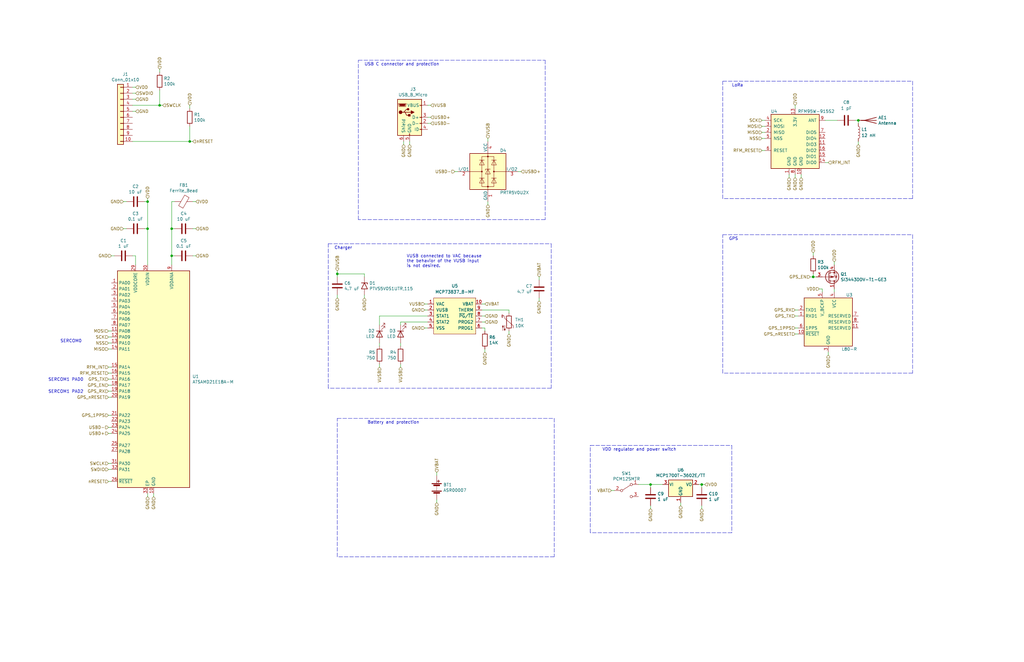
<source format=kicad_sch>
(kicad_sch (version 20211123) (generator eeschema)
  (paper "B")
  (lib_symbols
    (symbol "Connector:USB_B_Micro" (pin_names (offset 1.016))
      (property "Reference" "J" (at -5.08 11.43 0))
      (property "Value" "USB_B_Micro" (at -5.08 8.89 0))
      (symbol "USB_B_Micro_0_1"
        (rectangle (start -5.08 -7.62) (end 5.08 7.62) (stroke (width 0.254)) (fill (type background)))
        (circle (center -3.81 2.159) (radius 0.635) (stroke (width 0.254)) (fill (type outline)))
        (circle (center -0.635 3.429) (radius 0.381) (stroke (width 0.254)) (fill (type outline)))
        (rectangle (start -0.127 -7.62) (end 0.127 -6.858))
        (polyline (pts (xy -1.905 2.159) (xy 0.635 2.159)) (stroke (width 0.254)))
        (polyline (pts (xy -3.175 2.159) (xy -2.54 2.159) (xy -1.27 3.429) (xy -0.635 3.429)) (stroke (width 0.254)))
        (polyline (pts (xy -2.54 2.159) (xy -1.905 2.159) (xy -1.27 0.889) (xy 0 0.889)) (stroke (width 0.254)))
        (polyline (pts (xy 0.635 2.794) (xy 0.635 1.524) (xy 1.905 2.159) (xy 0.635 2.794)) (stroke (width 0.254)) (fill (type outline)))
        (polyline (pts (xy -4.318 5.588) (xy -1.778 5.588) (xy -2.032 4.826) (xy -4.064 4.826) (xy -4.318 5.588)) (fill (type outline)))
        (polyline (pts (xy -4.699 5.842) (xy -4.699 5.588) (xy -4.445 4.826) (xy -4.445 4.572) (xy -1.651 4.572) (xy -1.651 4.826) (xy -1.397 5.588) (xy -1.397 5.842) (xy -4.699 5.842)))
        (rectangle (start 0.254 1.27) (end -0.508 0.508) (stroke (width 0.254)) (fill (type outline)))
        (rectangle (start 5.08 -5.207) (end 4.318 -4.953))
        (rectangle (start 5.08 -2.667) (end 4.318 -2.413))
        (rectangle (start 5.08 -0.127) (end 4.318 0.127))
        (rectangle (start 5.08 4.953) (end 4.318 5.207))
      )
      (symbol "USB_B_Micro_1_1"
        (pin power_out line (at 7.62 5.08 180) (length 2.54) (name "VBUS") (number "1"))
        (pin bidirectional line (at 7.62 -2.54 180) (length 2.54) (name "D-") (number "2"))
        (pin bidirectional line (at 7.62 0 180) (length 2.54) (name "D+") (number "3"))
        (pin passive line (at 7.62 -5.08 180) (length 2.54) (name "ID") (number "4"))
        (pin power_out line (at 0 -10.16 90) (length 2.54) (name "GND") (number "5"))
        (pin passive line (at -2.54 -10.16 90) (length 2.54) (name "Shield") (number "6"))
      )
    )
    (symbol "Connector_Generic:Conn_01x10" (pin_names (offset 1.016) hide)
      (property "Reference" "J" (at 0 12.7 0))
      (property "Value" "Conn_01x10" (at 0 -15.24 0))
      (symbol "Conn_01x10_1_1"
        (rectangle (start -1.27 -12.573) (end 0 -12.827) (stroke (width 0.1524)))
        (rectangle (start -1.27 -10.033) (end 0 -10.287) (stroke (width 0.1524)))
        (rectangle (start -1.27 -7.493) (end 0 -7.747) (stroke (width 0.1524)))
        (rectangle (start -1.27 -4.953) (end 0 -5.207) (stroke (width 0.1524)))
        (rectangle (start -1.27 -2.413) (end 0 -2.667) (stroke (width 0.1524)))
        (rectangle (start -1.27 0.127) (end 0 -0.127) (stroke (width 0.1524)))
        (rectangle (start -1.27 2.667) (end 0 2.413) (stroke (width 0.1524)))
        (rectangle (start -1.27 5.207) (end 0 4.953) (stroke (width 0.1524)))
        (rectangle (start -1.27 7.747) (end 0 7.493) (stroke (width 0.1524)))
        (rectangle (start -1.27 10.287) (end 0 10.033) (stroke (width 0.1524)))
        (rectangle (start -1.27 11.43) (end 1.27 -13.97) (stroke (width 0.254)) (fill (type background)))
        (pin passive line (at -5.08 10.16 0) (length 3.81) (name "Pin_1") (number "1"))
        (pin passive line (at -5.08 -12.7 0) (length 3.81) (name "Pin_10") (number "10"))
        (pin passive line (at -5.08 7.62 0) (length 3.81) (name "Pin_2") (number "2"))
        (pin passive line (at -5.08 5.08 0) (length 3.81) (name "Pin_3") (number "3"))
        (pin passive line (at -5.08 2.54 0) (length 3.81) (name "Pin_4") (number "4"))
        (pin passive line (at -5.08 0 0) (length 3.81) (name "Pin_5") (number "5"))
        (pin passive line (at -5.08 -2.54 0) (length 3.81) (name "Pin_6") (number "6"))
        (pin passive line (at -5.08 -5.08 0) (length 3.81) (name "Pin_7") (number "7"))
        (pin passive line (at -5.08 -7.62 0) (length 3.81) (name "Pin_8") (number "8"))
        (pin passive line (at -5.08 -10.16 0) (length 3.81) (name "Pin_9") (number "9"))
      )
    )
    (symbol "Device:Antenna" (pin_numbers hide) (pin_names (offset 1.016) hide)
      (property "Reference" "AE" (at -1.905 1.905 0))
      (property "Value" "Antenna" (at -1.905 0 0))
      (symbol "Antenna_0_1"
        (polyline (pts (xy 0 2.54) (xy 0 -3.81)) (stroke (width 0.254)))
        (polyline (pts (xy 1.27 2.54) (xy 0 -2.54) (xy -1.27 2.54)) (stroke (width 0.254)))
      )
      (symbol "Antenna_1_1"
        (pin input line (at 0 -5.08 90) (length 2.54) (name "A") (number "1"))
      )
    )
    (symbol "Device:Battery" (pin_numbers hide) (pin_names (offset 0) hide)
      (property "Reference" "BT" (at 2.54 2.54 0))
      (property "Value" "Battery" (at 2.54 0 0))
      (symbol "Battery_0_1"
        (rectangle (start -2.032 -1.397) (end 2.032 -1.651) (fill (type outline)))
        (rectangle (start -2.032 1.778) (end 2.032 1.524) (fill (type outline)))
        (rectangle (start -1.3208 -1.9812) (end 1.27 -2.4892) (fill (type outline)))
        (rectangle (start -1.3208 1.1938) (end 1.27 0.6858) (fill (type outline)))
        (polyline (pts (xy 0 -1.524) (xy 0 -1.27)))
        (polyline (pts (xy 0 -1.016) (xy 0 -0.762)))
        (polyline (pts (xy 0 -0.508) (xy 0 -0.254)))
        (polyline (pts (xy 0 0) (xy 0 0.254)))
        (polyline (pts (xy 0 0.508) (xy 0 0.762)))
        (polyline (pts (xy 0 1.778) (xy 0 2.54)))
        (polyline (pts (xy 0.254 2.667) (xy 1.27 2.667)) (stroke (width 0.254)))
        (polyline (pts (xy 0.762 3.175) (xy 0.762 2.159)) (stroke (width 0.254)))
      )
      (symbol "Battery_1_1"
        (pin passive line (at 0 5.08 270) (length 2.54) (name "+") (number "1"))
        (pin passive line (at 0 -5.08 90) (length 2.54) (name "-") (number "2"))
      )
    )
    (symbol "Device:C" (pin_numbers hide) (pin_names (offset 0.254))
      (property "Reference" "C" (at 0.635 2.54 0))
      (property "Value" "C" (at 0.635 -2.54 0))
      (symbol "C_0_1"
        (polyline (pts (xy -2.032 -0.762) (xy 2.032 -0.762)) (stroke (width 0.508)))
        (polyline (pts (xy -2.032 0.762) (xy 2.032 0.762)) (stroke (width 0.508)))
      )
      (symbol "C_1_1"
        (pin passive line (at 0 3.81 270) (length 2.794) (name "~") (number "1"))
        (pin passive line (at 0 -3.81 90) (length 2.794) (name "~") (number "2"))
      )
    )
    (symbol "Device:L" (pin_numbers hide) (pin_names (offset 1.016) hide)
      (property "Reference" "L" (at -1.27 0 90))
      (property "Value" "L" (at 1.905 0 90))
      (symbol "L_0_1"
        (arc (start 0 -2.54) (mid 0.635 -1.905) (end 0 -1.27))
        (arc (start 0 -1.27) (mid 0.635 -0.635) (end 0 0))
        (arc (start 0 0) (mid 0.635 0.635) (end 0 1.27))
        (arc (start 0 1.27) (mid 0.635 1.905) (end 0 2.54))
      )
      (symbol "L_1_1"
        (pin passive line (at 0 3.81 270) (length 1.27) (name "1") (number "1"))
        (pin passive line (at 0 -3.81 90) (length 1.27) (name "2") (number "2"))
      )
    )
    (symbol "Device:LED" (pin_numbers hide) (pin_names (offset 1.016) hide)
      (property "Reference" "D" (at 0 2.54 0))
      (property "Value" "LED" (at 0 -2.54 0))
      (symbol "LED_0_1"
        (polyline (pts (xy -1.27 -1.27) (xy -1.27 1.27)) (stroke (width 0.254)))
        (polyline (pts (xy -1.27 0) (xy 1.27 0)))
        (polyline (pts (xy 1.27 -1.27) (xy 1.27 1.27) (xy -1.27 0) (xy 1.27 -1.27)) (stroke (width 0.254)))
        (polyline (pts (xy -3.048 -0.762) (xy -4.572 -2.286) (xy -3.81 -2.286) (xy -4.572 -2.286) (xy -4.572 -1.524)))
        (polyline (pts (xy -1.778 -0.762) (xy -3.302 -2.286) (xy -2.54 -2.286) (xy -3.302 -2.286) (xy -3.302 -1.524)))
      )
      (symbol "LED_1_1"
        (pin passive line (at -3.81 0 0) (length 2.54) (name "K") (number "1"))
        (pin passive line (at 3.81 0 180) (length 2.54) (name "A") (number "2"))
      )
    )
    (symbol "Device:R" (pin_numbers hide) (pin_names (offset 0))
      (property "Reference" "R" (at 2.032 0 90))
      (property "Value" "R" (at 0 0 90))
      (symbol "R_0_1"
        (rectangle (start -1.016 -2.54) (end 1.016 2.54) (stroke (width 0.254)))
      )
      (symbol "R_1_1"
        (pin passive line (at 0 3.81 270) (length 1.27) (name "~") (number "1"))
        (pin passive line (at 0 -3.81 90) (length 1.27) (name "~") (number "2"))
      )
    )
    (symbol "Device:Thermistor_NTC" (pin_numbers hide) (pin_names (offset 0))
      (property "Reference" "TH" (at -4.445 0 90))
      (property "Value" "Thermistor_NTC" (at 3.175 0 90))
      (symbol "Thermistor_NTC_0_1"
        (arc (start -3.048 2.159) (mid -3.0505 2.3165) (end -3.175 2.413))
        (arc (start -3.048 2.159) (mid -2.9736 1.9794) (end -2.794 1.905))
        (arc (start -3.048 2.794) (mid -2.9736 2.6144) (end -2.794 2.54))
        (arc (start -2.794 1.905) (mid -2.6144 1.9794) (end -2.54 2.159))
        (arc (start -2.794 2.54) (mid -2.434 2.5608) (end -2.159 2.794))
        (arc (start -2.794 3.048) (mid -2.9736 2.9736) (end -3.048 2.794))
        (arc (start -2.54 2.794) (mid -2.6144 2.9736) (end -2.794 3.048))
        (rectangle (start -1.016 2.54) (end 1.016 -2.54) (stroke (width 0.254)))
        (polyline (pts (xy -2.54 2.159) (xy -2.54 2.794)))
        (polyline (pts (xy -1.778 2.54) (xy -1.778 1.524) (xy 1.778 -1.524) (xy 1.778 -2.54)))
        (polyline (pts (xy -2.54 -3.683) (xy -2.54 -1.397) (xy -2.794 -2.159) (xy -2.286 -2.159) (xy -2.54 -1.397) (xy -2.54 -1.651)) (fill (type outline)))
        (polyline (pts (xy -1.778 -1.397) (xy -1.778 -3.683) (xy -2.032 -2.921) (xy -1.524 -2.921) (xy -1.778 -3.683) (xy -1.778 -3.429)) (fill (type outline)))
      )
      (symbol "Thermistor_NTC_1_1"
        (pin passive line (at 0 3.81 270) (length 1.27) (name "~") (number "1"))
        (pin passive line (at 0 -3.81 90) (length 1.27) (name "~") (number "2"))
      )
    )
    (symbol "Diode:1.5KExxA" (pin_numbers hide) (pin_names (offset 1.016) hide)
      (property "Reference" "D" (at 0 2.54 0))
      (property "Value" "1.5KExxA" (at 0 -2.54 0))
      (symbol "1.5KExxA_0_1"
        (polyline (pts (xy -0.762 1.27) (xy -1.27 1.27) (xy -1.27 -1.27)) (stroke (width 0.254)))
        (polyline (pts (xy 1.27 1.27) (xy 1.27 -1.27) (xy -1.27 0) (xy 1.27 1.27)) (stroke (width 0.254)))
      )
      (symbol "1.5KExxA_1_1"
        (pin passive line (at -3.81 0 0) (length 2.54) (name "A1") (number "1"))
        (pin passive line (at 3.81 0 180) (length 2.54) (name "A2") (number "2"))
      )
    )
    (symbol "MCU_Microchip_SAMD:ATSAMD21E18A-M"
      (property "Reference" "U" (at -13.97 46.99 0))
      (property "Value" "ATSAMD21E18A-M" (at 16.51 46.99 0))
      (symbol "ATSAMD21E18A-M_1_1"
        (rectangle (start -15.24 45.72) (end 15.24 -45.72) (stroke (width 0.254)) (fill (type background)))
        (pin bidirectional line (at -17.78 40.64 0) (length 2.54) (name "PA00") (number "1"))
        (pin power_in line (at 0 -48.26 90) (length 2.54) (name "GND") (number "10"))
        (pin bidirectional line (at -17.78 20.32 0) (length 2.54) (name "PA08") (number "11"))
        (pin bidirectional line (at -17.78 17.78 0) (length 2.54) (name "PA09") (number "12"))
        (pin bidirectional line (at -17.78 15.24 0) (length 2.54) (name "PA10") (number "13"))
        (pin bidirectional line (at -17.78 12.7 0) (length 2.54) (name "PA11") (number "14"))
        (pin bidirectional line (at -17.78 5.08 0) (length 2.54) (name "PA14") (number "15"))
        (pin bidirectional line (at -17.78 2.54 0) (length 2.54) (name "PA15") (number "16"))
        (pin bidirectional line (at -17.78 0 0) (length 2.54) (name "PA16") (number "17"))
        (pin bidirectional line (at -17.78 -2.54 0) (length 2.54) (name "PA17") (number "18"))
        (pin bidirectional line (at -17.78 -5.08 0) (length 2.54) (name "PA18") (number "19"))
        (pin bidirectional line (at -17.78 38.1 0) (length 2.54) (name "PA01") (number "2"))
        (pin bidirectional line (at -17.78 -7.62 0) (length 2.54) (name "PA19") (number "20"))
        (pin bidirectional line (at -17.78 -15.24 0) (length 2.54) (name "PA22") (number "21"))
        (pin bidirectional line (at -17.78 -17.78 0) (length 2.54) (name "PA23") (number "22"))
        (pin bidirectional line (at -17.78 -20.32 0) (length 2.54) (name "PA24") (number "23"))
        (pin bidirectional line (at -17.78 -22.86 0) (length 2.54) (name "PA25") (number "24"))
        (pin bidirectional line (at -17.78 -27.94 0) (length 2.54) (name "PA27") (number "25"))
        (pin input line (at -17.78 -43.18 0) (length 2.54) (name "~{RESET}") (number "26"))
        (pin bidirectional line (at -17.78 -30.48 0) (length 2.54) (name "PA28") (number "27"))
        (pin passive line (at 0 -48.26 90) (length 2.54) hide (name "GND") (number "28"))
        (pin power_out line (at -7.62 48.26 270) (length 2.54) (name "VDDCORE") (number "29"))
        (pin bidirectional line (at -17.78 35.56 0) (length 2.54) (name "PA02") (number "3"))
        (pin power_in line (at -2.54 48.26 270) (length 2.54) (name "VDDIN") (number "30"))
        (pin bidirectional line (at -17.78 -35.56 0) (length 2.54) (name "PA30") (number "31"))
        (pin bidirectional line (at -17.78 -38.1 0) (length 2.54) (name "PA31") (number "32"))
        (pin passive line (at -2.54 -48.26 90) (length 2.54) (name "EP") (number "33"))
        (pin bidirectional line (at -17.78 33.02 0) (length 2.54) (name "PA03") (number "4"))
        (pin bidirectional line (at -17.78 30.48 0) (length 2.54) (name "PA04") (number "5"))
        (pin bidirectional line (at -17.78 27.94 0) (length 2.54) (name "PA05") (number "6"))
        (pin bidirectional line (at -17.78 25.4 0) (length 2.54) (name "PA06") (number "7"))
        (pin bidirectional line (at -17.78 22.86 0) (length 2.54) (name "PA07") (number "8"))
        (pin power_in line (at 7.62 48.26 270) (length 2.54) (name "VDDANA") (number "9"))
      )
    )
    (symbol "Power_Protection:PRTR5V0U2X" (pin_names (offset 0))
      (property "Reference" "D" (at 2.794 8.636 0))
      (property "Value" "PRTR5V0U2X" (at 8.128 -9.398 0))
      (symbol "PRTR5V0U2X_0_1"
        (rectangle (start -7.62 -7.62) (end 7.62 7.62) (stroke (width 0.254)) (fill (type background)))
        (circle (center -2.54 0) (radius 0.254) (fill (type outline)))
        (rectangle (start -2.54 6.35) (end 2.54 -6.35))
        (circle (center 0 -6.35) (radius 0.254) (fill (type outline)))
        (polyline (pts (xy -2.54 0) (xy -7.62 0)))
        (polyline (pts (xy -1.524 -2.794) (xy -3.556 -2.794)))
        (polyline (pts (xy -1.524 4.826) (xy -3.556 4.826)))
        (polyline (pts (xy 0 -7.62) (xy 0 7.62)))
        (polyline (pts (xy 1.524 -2.794) (xy 3.556 -2.794)))
        (polyline (pts (xy 1.524 4.826) (xy 3.556 4.826)))
        (polyline (pts (xy 2.54 0) (xy 7.62 0)))
        (polyline (pts (xy 1.016 1.016) (xy -1.016 1.016) (xy -1.016 0.508)))
        (polyline (pts (xy -3.556 -4.826) (xy -1.524 -4.826) (xy -2.54 -2.794) (xy -3.556 -4.826)))
        (polyline (pts (xy -3.556 2.794) (xy -1.524 2.794) (xy -2.54 4.826) (xy -3.556 2.794)))
        (polyline (pts (xy -1.016 -1.016) (xy 1.016 -1.016) (xy 0 1.016) (xy -1.016 -1.016)))
        (polyline (pts (xy 3.556 -4.826) (xy 1.524 -4.826) (xy 2.54 -2.794) (xy 3.556 -4.826)))
        (polyline (pts (xy 3.556 2.794) (xy 1.524 2.794) (xy 2.54 4.826) (xy 3.556 2.794)))
        (circle (center 0 6.35) (radius 0.254) (fill (type outline)))
        (circle (center 2.54 0) (radius 0.254) (fill (type outline)))
      )
      (symbol "PRTR5V0U2X_1_1"
        (pin passive line (at 0 -12.7 90) (length 5.08) (name "GND") (number "1"))
        (pin passive line (at -12.7 0 0) (length 5.08) (name "I/O1") (number "2"))
        (pin passive line (at 12.7 0 180) (length 5.08) (name "I/O2") (number "3"))
        (pin passive line (at 0 12.7 270) (length 5.08) (name "VCC") (number "4"))
      )
    )
    (symbol "RF_Module:RFM95W-915S2" (pin_names (offset 1.016))
      (property "Reference" "U" (at -10.414 11.684 0))
      (property "Value" "RFM95W-915S2" (at 1.524 11.43 0))
      (symbol "RFM95W-915S2_0_1"
        (rectangle (start -10.16 10.16) (end 10.16 -12.7) (stroke (width 0.254)) (fill (type background)))
      )
      (symbol "RFM95W-915S2_1_1"
        (pin power_in line (at -2.54 -15.24 90) (length 2.54) (name "GND") (number "1"))
        (pin power_in line (at 2.54 -15.24 90) (length 2.54) (name "GND") (number "10"))
        (pin bidirectional line (at 12.7 -2.54 180) (length 2.54) (name "DIO3") (number "11"))
        (pin bidirectional line (at 12.7 0 180) (length 2.54) (name "DIO4") (number "12"))
        (pin power_in line (at 0 12.7 270) (length 2.54) (name "3.3V") (number "13"))
        (pin bidirectional line (at 12.7 -10.16 180) (length 2.54) (name "DIO0") (number "14"))
        (pin bidirectional line (at 12.7 -7.62 180) (length 2.54) (name "DIO1") (number "15"))
        (pin bidirectional line (at 12.7 -5.08 180) (length 2.54) (name "DIO2") (number "16"))
        (pin output line (at -12.7 2.54 0) (length 2.54) (name "MISO") (number "2"))
        (pin input line (at -12.7 5.08 0) (length 2.54) (name "MOSI") (number "3"))
        (pin input line (at -12.7 7.62 0) (length 2.54) (name "SCK") (number "4"))
        (pin input line (at -12.7 0 0) (length 2.54) (name "NSS") (number "5"))
        (pin bidirectional line (at -12.7 -5.08 0) (length 2.54) (name "RESET") (number "6"))
        (pin bidirectional line (at 12.7 2.54 180) (length 2.54) (name "DIO5") (number "7"))
        (pin power_in line (at 0 -15.24 90) (length 2.54) (name "GND") (number "8"))
        (pin bidirectional line (at 12.7 7.62 180) (length 2.54) (name "ANT") (number "9"))
      )
    )
    (symbol "Regulator_Linear:MCP1700-3302E_SOT23" (pin_names (offset 0.254))
      (property "Reference" "U" (at -3.81 3.175 0))
      (property "Value" "MCP1700-3302E_SOT23" (at 0 3.175 0))
      (symbol "MCP1700-3302E_SOT23_0_1"
        (rectangle (start -5.08 1.905) (end 5.08 -5.08) (stroke (width 0.254)) (fill (type background)))
      )
      (symbol "MCP1700-3302E_SOT23_1_1"
        (pin power_in line (at 0 -7.62 90) (length 2.54) (name "GND") (number "1"))
        (pin power_out line (at 7.62 0 180) (length 2.54) (name "VO") (number "2"))
        (pin power_in line (at -7.62 0 0) (length 2.54) (name "VI") (number "3"))
      )
    )
    (symbol "Switch:SW_SPDT" (pin_names (offset 0) hide)
      (property "Reference" "SW" (at 0 4.318 0))
      (property "Value" "SW_SPDT" (at 0 -5.08 0))
      (symbol "SW_SPDT_0_0"
        (circle (center -2.032 0) (radius 0.508))
        (circle (center 2.032 -2.54) (radius 0.508))
      )
      (symbol "SW_SPDT_0_1"
        (polyline (pts (xy -1.524 0.254) (xy 1.651 2.286)))
        (circle (center 2.032 2.54) (radius 0.508))
      )
      (symbol "SW_SPDT_1_1"
        (pin passive line (at 5.08 2.54 180) (length 2.54) (name "A") (number "1"))
        (pin passive line (at -5.08 0 0) (length 2.54) (name "B") (number "2"))
        (pin passive line (at 5.08 -2.54 180) (length 2.54) (name "C") (number "3"))
      )
    )
    (symbol "cat-tracker-board-rescue:Ferrite_Bead-Device" (pin_numbers hide) (pin_names (offset 0))
      (property "Reference" "FB" (at -3.81 0.635 90))
      (property "Value" "Ferrite_Bead-Device" (at 3.81 0 90))
      (symbol "Ferrite_Bead-Device_0_1"
        (polyline (pts (xy 0 -1.27) (xy 0 -1.2192)))
        (polyline (pts (xy 0 1.27) (xy 0 1.2954)))
        (polyline (pts (xy -2.7686 0.4064) (xy -1.7018 2.2606) (xy 2.7686 -0.3048) (xy 1.6764 -2.159) (xy -2.7686 0.4064)))
      )
      (symbol "Ferrite_Bead-Device_1_1"
        (pin passive line (at 0 3.81 270) (length 2.54) (name "~") (number "1"))
        (pin passive line (at 0 -3.81 90) (length 2.54) (name "~") (number "2"))
      )
    )
    (symbol "cat-tracker-board-rescue:L80-R-RF_GPS"
      (property "Reference" "U" (at -10.16 11.43 0))
      (property "Value" "L80-R-RF_GPS" (at 10.16 11.43 0))
      (symbol "L80-R-RF_GPS_0_1"
        (rectangle (start -10.16 10.16) (end 10.16 -10.16) (stroke (width 0.254)) (fill (type background)))
      )
      (symbol "L80-R-RF_GPS_1_1"
        (pin input line (at 12.7 2.54 180) (length 2.54) (name "RXD1") (number "1"))
        (pin input line (at 12.7 -5.08 180) (length 2.54) (name "~{RESET}") (number "10"))
        (pin passive line (at -12.7 -2.54 0) (length 2.54) (name "RESERVED") (number "11"))
        (pin passive line (at 0 -12.7 90) (length 2.54) hide (name "GND") (number "12"))
        (pin output line (at 12.7 5.08 180) (length 2.54) (name "TXD1") (number "2"))
        (pin power_in line (at 0 -12.7 90) (length 2.54) (name "GND") (number "3"))
        (pin power_in line (at -2.54 12.7 270) (length 2.54) (name "VCC") (number "4"))
        (pin power_in line (at 2.54 12.7 270) (length 2.54) (name "V_BCKP") (number "5"))
        (pin output line (at 12.7 -2.54 180) (length 2.54) (name "1PPS") (number "6"))
        (pin passive line (at -12.7 2.54 0) (length 2.54) (name "RESERVED") (number "7"))
        (pin passive line (at -12.7 0 0) (length 2.54) (name "RESERVED") (number "8"))
        (pin no_connect line (at 10.16 0 180) (length 2.54) hide (name "NC") (number "9"))
      )
    )
    (symbol "colinholzman:MCP73837_8-MF" (pin_names (offset 1.016))
      (property "Reference" "U?" (at 0 11.43 0))
      (property "Value" "MCP73837_8-MF" (at 0 8.89 0))
      (symbol "MCP73837_8-MF_0_0"
        (pin input line (at 11.43 3.81 180) (length 2.54) (name "VBAT") (number "10"))
        (pin unspecified line (at -11.43 -6.35 0) (length 2.54) hide (name "VSS") (number "11"))
        (pin input line (at 11.43 1.27 180) (length 2.54) (name "THERM") (number "9"))
      )
      (symbol "MCP73837_8-MF_0_1"
        (rectangle (start -8.89 6.35) (end 8.89 -8.89) (fill (type background)))
      )
      (symbol "MCP73837_8-MF_1_1"
        (pin input line (at -11.43 3.81 0) (length 2.54) (name "VAC") (number "1"))
        (pin input line (at -11.43 1.27 0) (length 2.54) (name "VUSB") (number "2"))
        (pin input line (at -11.43 -1.27 0) (length 2.54) (name "STAT1") (number "3"))
        (pin input line (at -11.43 -3.81 0) (length 2.54) (name "STAT2") (number "4"))
        (pin input line (at -11.43 -6.35 0) (length 2.54) (name "VSS") (number "5"))
        (pin input line (at 11.43 -6.35 180) (length 2.54) (name "PROG1") (number "6"))
        (pin input line (at 11.43 -3.81 180) (length 2.54) (name "PROG2") (number "7"))
        (pin input line (at 11.43 -1.27 180) (length 2.54) (name "~{PG}/~{TE}") (number "8"))
      )
    )
    (symbol "colinholzman:Si3443" (pin_names (offset 0) hide)
      (property "Reference" "Q" (at 5.08 1.27 0))
      (property "Value" "Si3443" (at 5.08 -1.27 0))
      (symbol "Si3443_0_0"
        (pin input line (at 2.54 -5.08 90) (length 2.54) (name "S") (number "4"))
        (pin output line (at 2.54 5.08 270) (length 2.54) hide (name "D") (number "5"))
        (pin output line (at 2.54 5.08 270) (length 2.54) hide (name "D") (number "6"))
      )
      (symbol "Si3443_0_1"
        (polyline (pts (xy 0.254 0) (xy -2.54 0)))
        (polyline (pts (xy 0.254 1.905) (xy 0.254 -1.905)) (stroke (width 0.254)))
        (polyline (pts (xy 0.762 -1.27) (xy 0.762 -2.286)) (stroke (width 0.254)))
        (polyline (pts (xy 0.762 0.508) (xy 0.762 -0.508)) (stroke (width 0.254)))
        (polyline (pts (xy 0.762 2.286) (xy 0.762 1.27)) (stroke (width 0.254)))
        (polyline (pts (xy 2.54 2.54) (xy 2.54 1.778)))
        (polyline (pts (xy 2.54 -2.54) (xy 2.54 0) (xy 0.762 0)))
        (polyline (pts (xy 0.762 1.778) (xy 3.302 1.778) (xy 3.302 -1.778) (xy 0.762 -1.778)))
        (polyline (pts (xy 2.286 0) (xy 1.27 0.381) (xy 1.27 -0.381) (xy 2.286 0)) (fill (type outline)))
        (polyline (pts (xy 2.794 -0.508) (xy 2.921 -0.381) (xy 3.683 -0.381) (xy 3.81 -0.254)))
        (polyline (pts (xy 3.302 -0.381) (xy 2.921 0.254) (xy 3.683 0.254) (xy 3.302 -0.381)))
        (circle (center 1.651 0) (radius 2.794) (stroke (width 0.254)))
        (circle (center 2.54 -1.778) (radius 0.254) (fill (type outline)))
        (circle (center 2.54 1.778) (radius 0.254) (fill (type outline)))
      )
      (symbol "Si3443_1_1"
        (pin output line (at 2.54 5.08 270) (length 2.54) (name "D") (number "1"))
        (pin output line (at 2.54 5.08 270) (length 2.54) hide (name "D") (number "2"))
        (pin tri_state line (at -5.08 0 0) (length 2.54) (name "G") (number "3"))
      )
    )
  )
  (junction (at 72.39 96.52))
  (junction (at 342.9 116.84))
  (junction (at 72.39 107.95))
  (junction (at 62.23 96.52))
  (junction (at 67.31 44.45))
  (junction (at 295.91 204.47))
  (junction (at 142.24 115.57))
  (junction (at 80.01 59.69))
  (junction (at 361.95 50.8))
  (junction (at 274.32 204.47))
  (junction (at 62.23 85.09))
  (polyline (pts (xy 384.81 99.06) (xy 384.81 157.48)))
  (wire (pts (xy 55.88 44.45) (xy 67.31 44.45)))
  (wire (pts (xy 67.31 38.1) (xy 67.31 44.45)))
  (wire (pts (xy 48.26 107.95) (xy 46.99 107.95)))
  (polyline (pts (xy 308.61 187.96) (xy 308.61 224.79)))
  (wire (pts (xy 347.98 50.8) (xy 353.06 50.8)))
  (wire (pts (xy 57.15 39.37) (xy 55.88 39.37)))
  (wire (pts (xy 349.25 149.86) (xy 349.25 148.59)))
  (wire (pts (xy 72.39 85.09) (xy 72.39 96.52)))
  (wire (pts (xy 142.24 115.57) (xy 142.24 116.84)))
  (wire (pts (xy 295.91 205.74) (xy 295.91 204.47)))
  (wire (pts (xy 349.25 68.58) (xy 347.98 68.58)))
  (wire (pts (xy 335.28 44.45) (xy 335.28 45.72)))
  (polyline (pts (xy 304.8 34.29) (xy 384.81 34.29)))
  (wire (pts (xy 321.31 58.42) (xy 322.58 58.42)))
  (wire (pts (xy 351.79 123.19) (xy 351.79 121.92)))
  (wire (pts (xy 160.02 154.94) (xy 160.02 153.67)))
  (wire (pts (xy 57.15 41.91) (xy 55.88 41.91)))
  (polyline (pts (xy 142.24 176.53) (xy 233.68 176.53)))
  (wire (pts (xy 160.02 133.35) (xy 180.34 133.35)))
  (polyline (pts (xy 151.13 25.4) (xy 229.87 25.4)))
  (wire (pts (xy 80.01 59.69) (xy 55.88 59.69)))
  (wire (pts (xy 184.15 199.39) (xy 184.15 200.66)))
  (polyline (pts (xy 232.41 163.83) (xy 138.43 163.83)))
  (wire (pts (xy 287.02 212.09) (xy 287.02 213.36)))
  (wire (pts (xy 62.23 111.76) (xy 62.23 96.52)))
  (wire (pts (xy 345.44 121.92) (xy 346.71 121.92)))
  (polyline (pts (xy 248.92 187.96) (xy 308.61 187.96)))
  (wire (pts (xy 257.81 207.01) (xy 259.08 207.01)))
  (wire (pts (xy 80.01 53.34) (xy 80.01 59.69)))
  (wire (pts (xy 81.28 107.95) (xy 82.55 107.95)))
  (polyline (pts (xy 229.87 92.71) (xy 151.13 92.71)))
  (wire (pts (xy 57.15 36.83) (xy 55.88 36.83)))
  (wire (pts (xy 45.72 162.56) (xy 46.99 162.56)))
  (polyline (pts (xy 229.87 25.4) (xy 229.87 92.71)))
  (wire (pts (xy 204.47 139.7) (xy 204.47 138.43)))
  (wire (pts (xy 214.63 139.7) (xy 214.63 140.97)))
  (wire (pts (xy 172.72 60.96) (xy 172.72 59.69)))
  (polyline (pts (xy 233.68 176.53) (xy 233.68 234.95)))
  (wire (pts (xy 81.28 59.69) (xy 80.01 59.69)))
  (wire (pts (xy 62.23 208.28) (xy 62.23 209.55)))
  (wire (pts (xy 160.02 137.16) (xy 160.02 133.35)))
  (wire (pts (xy 67.31 29.21) (xy 67.31 30.48)))
  (wire (pts (xy 45.72 147.32) (xy 46.99 147.32)))
  (wire (pts (xy 45.72 142.24) (xy 46.99 142.24)))
  (wire (pts (xy 361.95 60.96) (xy 361.95 59.69)))
  (polyline (pts (xy 232.41 102.87) (xy 232.41 163.83)))
  (wire (pts (xy 295.91 213.36) (xy 295.91 214.63)))
  (wire (pts (xy 179.07 128.27) (xy 180.34 128.27)))
  (wire (pts (xy 321.31 50.8) (xy 322.58 50.8)))
  (wire (pts (xy 168.91 135.89) (xy 180.34 135.89)))
  (wire (pts (xy 335.28 133.35) (xy 336.55 133.35)))
  (wire (pts (xy 57.15 107.95) (xy 57.15 111.76)))
  (wire (pts (xy 341.63 116.84) (xy 342.9 116.84)))
  (wire (pts (xy 342.9 116.84) (xy 342.9 115.57)))
  (wire (pts (xy 55.88 107.95) (xy 57.15 107.95)))
  (wire (pts (xy 73.66 85.09) (xy 72.39 85.09)))
  (wire (pts (xy 203.2 133.35) (xy 204.47 133.35)))
  (wire (pts (xy 72.39 96.52) (xy 72.39 107.95)))
  (wire (pts (xy 60.96 85.09) (xy 62.23 85.09)))
  (wire (pts (xy 295.91 204.47) (xy 297.18 204.47)))
  (wire (pts (xy 45.72 154.94) (xy 46.99 154.94)))
  (wire (pts (xy 321.31 53.34) (xy 322.58 53.34)))
  (polyline (pts (xy 304.8 83.82) (xy 304.8 34.29)))
  (polyline (pts (xy 233.68 234.95) (xy 142.24 234.95)))
  (wire (pts (xy 181.61 49.53) (xy 180.34 49.53)))
  (wire (pts (xy 184.15 212.09) (xy 184.15 210.82)))
  (polyline (pts (xy 304.8 99.06) (xy 384.81 99.06)))
  (wire (pts (xy 269.24 204.47) (xy 274.32 204.47)))
  (wire (pts (xy 64.77 208.28) (xy 64.77 209.55)))
  (wire (pts (xy 45.72 165.1) (xy 46.99 165.1)))
  (wire (pts (xy 335.28 140.97) (xy 336.55 140.97)))
  (polyline (pts (xy 384.81 157.48) (xy 304.8 157.48)))
  (polyline (pts (xy 384.81 34.29) (xy 384.81 83.82)))
  (wire (pts (xy 335.28 74.93) (xy 335.28 73.66)))
  (wire (pts (xy 81.28 96.52) (xy 82.55 96.52)))
  (wire (pts (xy 62.23 83.82) (xy 62.23 85.09)))
  (wire (pts (xy 361.95 50.8) (xy 361.95 52.07)))
  (wire (pts (xy 204.47 147.32) (xy 204.47 148.59)))
  (wire (pts (xy 80.01 44.45) (xy 80.01 45.72)))
  (wire (pts (xy 45.72 182.88) (xy 46.99 182.88)))
  (wire (pts (xy 45.72 139.7) (xy 46.99 139.7)))
  (wire (pts (xy 67.31 44.45) (xy 68.58 44.45)))
  (wire (pts (xy 351.79 110.49) (xy 351.79 111.76)))
  (polyline (pts (xy 151.13 92.71) (xy 151.13 25.4)))
  (wire (pts (xy 153.67 116.84) (xy 153.67 115.57)))
  (wire (pts (xy 294.64 204.47) (xy 295.91 204.47)))
  (wire (pts (xy 227.33 116.84) (xy 227.33 118.11)))
  (wire (pts (xy 203.2 130.81) (xy 214.63 130.81)))
  (wire (pts (xy 45.72 175.26) (xy 46.99 175.26)))
  (wire (pts (xy 72.39 107.95) (xy 73.66 107.95)))
  (wire (pts (xy 45.72 157.48) (xy 46.99 157.48)))
  (wire (pts (xy 337.82 74.93) (xy 337.82 73.66)))
  (wire (pts (xy 53.34 85.09) (xy 52.07 85.09)))
  (wire (pts (xy 321.31 63.5) (xy 322.58 63.5)))
  (wire (pts (xy 53.34 96.52) (xy 52.07 96.52)))
  (wire (pts (xy 346.71 121.92) (xy 346.71 123.19)))
  (wire (pts (xy 181.61 52.07) (xy 180.34 52.07)))
  (wire (pts (xy 335.28 130.81) (xy 336.55 130.81)))
  (wire (pts (xy 168.91 154.94) (xy 168.91 153.67)))
  (wire (pts (xy 142.24 114.3) (xy 142.24 115.57)))
  (wire (pts (xy 181.61 44.45) (xy 180.34 44.45)))
  (polyline (pts (xy 248.92 224.79) (xy 248.92 187.96)))
  (wire (pts (xy 45.72 160.02) (xy 46.99 160.02)))
  (wire (pts (xy 274.32 205.74) (xy 274.32 204.47)))
  (wire (pts (xy 62.23 96.52) (xy 60.96 96.52)))
  (wire (pts (xy 321.31 55.88) (xy 322.58 55.88)))
  (wire (pts (xy 168.91 146.05) (xy 168.91 144.78)))
  (polyline (pts (xy 138.43 163.83) (xy 138.43 102.87)))
  (wire (pts (xy 81.28 85.09) (xy 82.55 85.09)))
  (wire (pts (xy 335.28 138.43) (xy 336.55 138.43)))
  (wire (pts (xy 45.72 180.34) (xy 46.99 180.34)))
  (wire (pts (xy 227.33 125.73) (xy 227.33 127)))
  (polyline (pts (xy 308.61 224.79) (xy 248.92 224.79)))
  (wire (pts (xy 72.39 111.76) (xy 72.39 107.95)))
  (wire (pts (xy 342.9 106.68) (xy 342.9 107.95)))
  (wire (pts (xy 218.44 72.39) (xy 219.71 72.39)))
  (wire (pts (xy 153.67 124.46) (xy 153.67 125.73)))
  (wire (pts (xy 57.15 46.99) (xy 55.88 46.99)))
  (wire (pts (xy 274.32 213.36) (xy 274.32 214.63)))
  (wire (pts (xy 45.72 198.12) (xy 46.99 198.12)))
  (wire (pts (xy 344.17 116.84) (xy 342.9 116.84)))
  (wire (pts (xy 214.63 130.81) (xy 214.63 132.08)))
  (wire (pts (xy 203.2 135.89) (xy 204.47 135.89)))
  (wire (pts (xy 205.74 58.42) (xy 205.74 59.69)))
  (wire (pts (xy 203.2 138.43) (xy 204.47 138.43)))
  (wire (pts (xy 168.91 137.16) (xy 168.91 135.89)))
  (wire (pts (xy 45.72 144.78) (xy 46.99 144.78)))
  (wire (pts (xy 62.23 85.09) (xy 62.23 96.52)))
  (wire (pts (xy 170.18 60.96) (xy 170.18 59.69)))
  (polyline (pts (xy 138.43 102.87) (xy 232.41 102.87)))
  (wire (pts (xy 46.99 203.2) (xy 45.72 203.2)))
  (wire (pts (xy 205.74 85.09) (xy 205.74 86.36)))
  (wire (pts (xy 142.24 124.46) (xy 142.24 125.73)))
  (wire (pts (xy 360.68 50.8) (xy 361.95 50.8)))
  (polyline (pts (xy 142.24 234.95) (xy 142.24 176.53)))
  (wire (pts (xy 204.47 128.27) (xy 203.2 128.27)))
  (wire (pts (xy 45.72 195.58) (xy 46.99 195.58)))
  (wire (pts (xy 332.74 74.93) (xy 332.74 73.66)))
  (wire (pts (xy 180.34 130.81) (xy 179.07 130.81)))
  (polyline (pts (xy 384.81 83.82) (xy 304.8 83.82)))
  (wire (pts (xy 45.72 167.64) (xy 46.99 167.64)))
  (polyline (pts (xy 304.8 157.48) (xy 304.8 99.06)))
  (wire (pts (xy 72.39 96.52) (xy 73.66 96.52)))
  (wire (pts (xy 274.32 204.47) (xy 279.4 204.47)))
  (wire (pts (xy 160.02 146.05) (xy 160.02 144.78)))
  (wire (pts (xy 153.67 115.57) (xy 142.24 115.57)))
  (wire (pts (xy 180.34 138.43) (xy 179.07 138.43)))
  (wire (pts (xy 191.77 72.39) (xy 193.04 72.39)))
  (text "SERCOM0" (at 25.4 144.78 0) (effects (font (size 1.27 1.27)) (justify left bottom)))
  (text "VDD regulator and power switch" (at 254 190.5 0) (effects (font (size 1.27 1.27)) (justify left bottom)))
  (text "LoRa" (at 308.61 36.83 0) (effects (font (size 1.27 1.27)) (justify left bottom)))
  (text "SERCOM1 PAD0" (at 20.32 161.036 0) (effects (font (size 1.27 1.27)) (justify left bottom)))
  (text "SERCOM1 PAD2" (at 20.32 166.116 0) (effects (font (size 1.27 1.27)) (justify left bottom)))
  (text "Battery and protection" (at 154.94 179.07 0) (effects (font (size 1.27 1.27)) (justify left bottom)))
  (text "GPS" (at 307.34 101.6 0) (effects (font (size 1.27 1.27)) (justify left bottom)))
  (text "VUSB connected to VAC because\nthe behavior of the VUSB input\nis not desired." (at 171.45 113.03 0) (effects (font (size 1.27 1.27)) (justify left bottom)))
  (text "Charger" (at 140.97 105.41 0) (effects (font (size 1.27 1.27)) (justify left bottom)))
  (text "USB C connector and protection" (at 153.67 27.94 0) (effects (font (size 1.27 1.27)) (justify left bottom)))
  (hierarchical_label "VDD" (shape input) (at 80.01 44.45 90))
  (hierarchical_label "GND" (shape input) (at 179.07 138.43 180))
  (hierarchical_label "VUSB" (shape input) (at 181.61 44.45 0))
  (hierarchical_label "VDD" (shape input) (at 351.79 110.49 90))
  (hierarchical_label "NSS" (shape input) (at 45.72 144.78 180))
  (hierarchical_label "GND" (shape input) (at 57.15 46.99 0))
  (hierarchical_label "GPS_EN" (shape input) (at 45.72 162.56 180))
  (hierarchical_label "GND" (shape input) (at 349.25 149.86 270))
  (hierarchical_label "VUSB" (shape input) (at 168.91 154.94 270))
  (hierarchical_label "GND" (shape input) (at 361.95 60.96 270))
  (hierarchical_label "GND" (shape input) (at 170.18 60.96 270))
  (hierarchical_label "GND" (shape input) (at 184.15 212.09 270))
  (hierarchical_label "VBAT" (shape input) (at 204.47 128.27 0))
  (hierarchical_label "MOSI" (shape input) (at 321.31 53.34 180))
  (hierarchical_label "RFM_RESET" (shape input) (at 45.72 157.48 180))
  (hierarchical_label "VDD" (shape input) (at 57.15 36.83 0))
  (hierarchical_label "GPS_1PPS" (shape input) (at 335.28 138.43 180))
  (hierarchical_label "SCK" (shape input) (at 321.31 50.8 180))
  (hierarchical_label "SWCLK" (shape input) (at 68.58 44.45 0))
  (hierarchical_label "VDD" (shape input) (at 342.9 106.68 90))
  (hierarchical_label "GND" (shape input) (at 332.74 74.93 270))
  (hierarchical_label "GND" (shape input) (at 287.02 213.36 270))
  (hierarchical_label "GND" (shape input) (at 204.47 148.59 270))
  (hierarchical_label "MISO" (shape input) (at 45.72 147.32 180))
  (hierarchical_label "USBD-" (shape input) (at 45.72 180.34 180))
  (hierarchical_label "MISO" (shape input) (at 321.31 55.88 180))
  (hierarchical_label "RFM_INT" (shape input) (at 349.25 68.58 0))
  (hierarchical_label "NSS" (shape input) (at 321.31 58.42 180))
  (hierarchical_label "GPS_RX" (shape input) (at 45.72 165.1 180))
  (hierarchical_label "VDD" (shape input) (at 82.55 85.09 0))
  (hierarchical_label "SWDIO" (shape input) (at 57.15 39.37 0))
  (hierarchical_label "GND" (shape input) (at 52.07 85.09 180))
  (hierarchical_label "GND" (shape input) (at 64.77 209.55 270))
  (hierarchical_label "GPS_nRESET" (shape input) (at 335.28 140.97 180))
  (hierarchical_label "GND" (shape input) (at 335.28 74.93 270))
  (hierarchical_label "GPS_RX" (shape input) (at 335.28 130.81 180))
  (hierarchical_label "MOSI" (shape input) (at 45.72 139.7 180))
  (hierarchical_label "USBD+" (shape input) (at 219.71 72.39 0))
  (hierarchical_label "GND" (shape input) (at 153.67 125.73 270))
  (hierarchical_label "VDD" (shape input) (at 335.28 44.45 90))
  (hierarchical_label "GND" (shape input) (at 172.72 60.96 270))
  (hierarchical_label "VUSB" (shape input) (at 179.07 128.27 180))
  (hierarchical_label "VUSB" (shape input) (at 205.74 58.42 90))
  (hierarchical_label "VDD" (shape input) (at 62.23 83.82 90))
  (hierarchical_label "GND" (shape input) (at 204.47 135.89 0))
  (hierarchical_label "USBD-" (shape input) (at 191.77 72.39 180))
  (hierarchical_label "VUSB" (shape input) (at 160.02 154.94 270))
  (hierarchical_label "VDD" (shape input) (at 67.31 29.21 90))
  (hierarchical_label "GND" (shape input) (at 214.63 140.97 270))
  (hierarchical_label "VBAT" (shape input) (at 227.33 116.84 90))
  (hierarchical_label "GND" (shape input) (at 46.99 107.95 180))
  (hierarchical_label "GND" (shape input) (at 295.91 214.63 270))
  (hierarchical_label "GND" (shape input) (at 142.24 125.73 270))
  (hierarchical_label "GND" (shape input) (at 179.07 130.81 180))
  (hierarchical_label "GND" (shape input) (at 52.07 96.52 180))
  (hierarchical_label "VUSB" (shape input) (at 142.24 114.3 90))
  (hierarchical_label "nRESET" (shape input) (at 81.28 59.69 0))
  (hierarchical_label "nRESET" (shape input) (at 45.72 203.2 180))
  (hierarchical_label "GPS_TX" (shape input) (at 335.28 133.35 180))
  (hierarchical_label "VDD" (shape input) (at 345.44 121.92 180))
  (hierarchical_label "GPS_TX" (shape input) (at 45.72 160.02 180))
  (hierarchical_label "VBAT" (shape input) (at 184.15 199.39 90))
  (hierarchical_label "VBAT" (shape input) (at 257.81 207.01 180))
  (hierarchical_label "GND" (shape input) (at 227.33 127 270))
  (hierarchical_label "GND" (shape input) (at 337.82 74.93 270))
  (hierarchical_label "USBD+" (shape input) (at 45.72 182.88 180))
  (hierarchical_label "USBD-" (shape input) (at 181.61 52.07 0))
  (hierarchical_label "VDD" (shape input) (at 297.18 204.47 0))
  (hierarchical_label "SWCLK" (shape input) (at 45.72 195.58 180))
  (hierarchical_label "RFM_RESET" (shape input) (at 321.31 63.5 180))
  (hierarchical_label "GPS_1PPS" (shape input) (at 45.72 175.26 180))
  (hierarchical_label "SWDIO" (shape input) (at 45.72 198.12 180))
  (hierarchical_label "GND" (shape input) (at 205.74 86.36 270))
  (hierarchical_label "SCK" (shape input) (at 45.72 142.24 180))
  (hierarchical_label "GPS_nRESET" (shape input) (at 45.72 167.64 180))
  (hierarchical_label "GND" (shape input) (at 62.23 209.55 270))
  (hierarchical_label "GND" (shape input) (at 274.32 214.63 270))
  (hierarchical_label "RFM_INT" (shape input) (at 45.72 154.94 180))
  (hierarchical_label "GND" (shape input) (at 82.55 96.52 0))
  (hierarchical_label "GPS_EN" (shape input) (at 341.63 116.84 180))
  (hierarchical_label "GND" (shape input) (at 82.55 107.95 0))
  (hierarchical_label "USBD+" (shape input) (at 181.61 49.53 0))
  (hierarchical_label "GND" (shape input) (at 204.47 133.35 0))
  (hierarchical_label "GND" (shape input) (at 57.15 41.91 0))
  (symbol (lib_id "RF_Module:RFM95W-915S2") (at 335.28 58.42 0) (unit 1)
    (property "Reference" "U4" (at 326.39 46.99 0))
    (property "Value" "RFM95W-915S2" (at 344.17 46.99 0))
    (property "Footprint" "RF_Module:HOPERF_RFM9XW_SMD" (effects hide))
    (property "Datasheet" "https://www.hoperf.com/data/upload/portal/20181127/5bfcbea20e9ef.pdf" (effects hide))
    (property "mfg1" "RF Solutions" (effects hide))
    (property "mfg1pn" "RFM95W-915S2" (effects hide))
  )
  (symbol (lib_id "Device:C") (at 52.07 107.95 90) (mirror x) (unit 1)
    (property "Reference" "C1" (at 52.07 101.5492 90))
    (property "Value" "1 uF" (at 52.07 103.8606 90))
    (property "Footprint" "Capacitor_SMD:C_0603_1608Metric" (effects hide))
    (property "mfg1" "Samsung Electro-Mechanics" (effects hide))
    (property "mfg1pn" "CL10B105KA8NNNL" (effects hide))
    (property "description" "MLCC, 1 uF, 25 V, X7R, 0603" (effects hide))
  )
  (symbol (lib_id "Device:C") (at 77.47 107.95 270) (unit 1)
    (property "Reference" "C5" (at 77.47 101.5492 90))
    (property "Value" "0.1 uF" (at 77.47 103.8606 90))
    (property "Footprint" "Capacitor_SMD:C_0603_1608Metric" (effects hide))
    (property "mfg1" "Samsung Electro-Mechanics" (effects hide))
    (property "mfg1pn" "CL10B104KB8NNNL" (effects hide))
    (property "description" "MLCC, 0.1 uF, 50 V, X7R, 0603" (effects hide))
  )
  (symbol (lib_id "cat-tracker-board-rescue:Ferrite_Bead-Device") (at 77.47 85.09 270) (unit 1)
    (property "Reference" "FB1" (at 77.47 78.1304 90))
    (property "Value" "Ferrite_Bead" (at 77.47 80.4418 90))
    (property "Footprint" "Inductor_SMD:L_0603_1608Metric" (effects hide))
    (property "mfg1" "Murata Electronics" (effects hide))
    (property "mfg1pn" "BLM18AG151SN1D" (effects hide))
    (property "description" "Ferrite Bead, 150 Ohm, 750 mA, 0603" (effects hide))
  )
  (symbol (lib_id "Device:C") (at 57.15 96.52 90) (mirror x) (unit 1)
    (property "Reference" "C3" (at 57.15 90.1192 90))
    (property "Value" "0.1 uF" (at 57.15 92.4306 90))
    (property "Footprint" "Capacitor_SMD:C_0603_1608Metric" (effects hide))
    (property "mfg1" "Samsung Electro-Mechanics" (effects hide))
    (property "mfg1pn" "CL10B104KB8NNNL" (effects hide))
    (property "description" "MLCC, 0.1 uF, 50 V, X7R, 0603" (effects hide))
  )
  (symbol (lib_id "Connector_Generic:Conn_01x10") (at 50.8 46.99 0) (mirror y) (unit 1)
    (property "Reference" "J1" (at 52.8828 31.3182 0))
    (property "Value" "Conn_01x10" (at 52.8828 33.6296 0))
    (property "Footprint" "Connector_PinHeader_1.27mm:PinHeader_2x05_P1.27mm_Horizontal" (effects hide))
    (property "mfg1" "Samtec" (effects hide))
    (property "mfg1pn" "FTSH-105-01-F-D-RA-K" (effects hide))
  )
  (symbol (lib_id "Device:R") (at 67.31 34.29 0) (unit 1)
    (property "Reference" "R2" (at 69.088 33.1216 0) (effects (justify left)))
    (property "Value" "100k" (at 69.088 35.433 0) (effects (justify left)))
    (property "Footprint" "Resistor_SMD:R_0603_1608Metric" (effects hide))
    (property "mfg1" "Bourns" (effects hide))
    (property "mfg1pn" "CR0603-FX-1003ELF" (effects hide))
    (property "description" "Resistor, 100 kOhm, 0603" (effects hide))
  )
  (symbol (lib_id "Device:R") (at 80.01 49.53 0) (unit 1)
    (property "Reference" "R1" (at 81.788 48.3616 0) (effects (justify left)))
    (property "Value" "100k" (at 81.788 50.673 0) (effects (justify left)))
    (property "Footprint" "Resistor_SMD:R_0603_1608Metric" (effects hide))
    (property "mfg1" "Bourns" (effects hide))
    (property "mfg1pn" "CR0603-FX-1003ELF" (effects hide))
    (property "description" "Resistor, 100 kOhm, 0603" (effects hide))
  )
  (symbol (lib_id "Power_Protection:PRTR5V0U2X") (at 205.74 72.39 0) (unit 1)
    (property "Reference" "D4" (at 210.82 63.5 0) (effects (justify left)))
    (property "Value" "PRTR5V0U2X" (at 210.82 81.28 0) (effects (justify left)))
    (property "Footprint" "Package_TO_SOT_SMD:SOT-143" (effects hide))
    (property "Datasheet" "https://assets.nexperia.com/documents/data-sheet/PRTR5V0U2X.pdf" (effects hide))
    (property "mfg1" "Nexperia" (effects hide))
    (property "mfg1pn" "PRTR5V0U2X,215" (effects hide))
    (property "description" "TVS, dual, 5.5 V, SOT-143B-4" (effects hide))
  )
  (symbol (lib_id "Device:C") (at 57.15 85.09 270) (unit 1)
    (property "Reference" "C2" (at 57.15 78.6892 90))
    (property "Value" "10 uF" (at 57.15 81.0006 90))
    (property "Footprint" "Capacitor_SMD:C_0603_1608Metric" (effects hide))
    (property "mfg1" "Taiyo Yuden" (effects hide))
    (property "mfg1pn" "EMK107BBJ106MA-T" (effects hide))
    (property "description" "MLCC, 10 uF, 16 V, X5R, 0603" (effects hide))
  )
  (symbol (lib_id "Device:C") (at 77.47 96.52 90) (mirror x) (unit 1)
    (property "Reference" "C4" (at 77.47 90.1192 90))
    (property "Value" "10 uF" (at 77.47 92.4306 90))
    (property "Footprint" "Capacitor_SMD:C_0603_1608Metric" (effects hide))
    (property "mfg1" "Taiyo Yuden" (effects hide))
    (property "mfg1pn" "EMK107BBJ106MA-T" (effects hide))
    (property "description" "MLCC, 10 uF, 16 V, X5R, 0603" (effects hide))
  )
  (symbol (lib_id "Device:Battery") (at 184.15 205.74 0) (unit 1)
    (property "Reference" "BT1" (at 186.8932 204.5716 0) (effects (justify left)))
    (property "Value" "ASR00007" (at 186.8932 206.883 0) (effects (justify left)))
    (property "Footprint" "colinholzman:TinyCircuits_ASR00007" (effects hide))
    (property "mfg1" "TinyCircuits" (effects hide))
    (property "mfg1pn" "ASR00007" (effects hide))
    (property "description" "23x25x5.5 mm, 290 mAh, li-ion" (effects hide))
  )
  (symbol (lib_id "Switch:SW_SPDT") (at 264.16 207.01 0) (unit 1)
    (property "Reference" "SW1" (at 264.16 199.771 0))
    (property "Value" "PCM12SMTR" (at 264.16 202.0824 0))
    (property "Footprint" "Button_Switch_SMD:SW_SPDT_PCM12" (effects hide))
    (property "mfg1" "C&K" (effects hide))
    (property "mfg1pn" "PCM12SMTR" (effects hide))
  )
  (symbol (lib_id "cat-tracker-board-rescue:L80-R-RF_GPS") (at 349.25 135.89 0) (mirror y) (unit 1)
    (property "Reference" "U3" (at 358.14 124.46 0))
    (property "Value" "L80-R" (at 358.14 147.32 0))
    (property "Footprint" "RF_GPS:Quectel_L80-R" (effects hide))
    (property "Datasheet" "https://www.quectel.com/UploadImage/Downlad/Quectel_L80-R_Hardware_Design_V1.2.pdf" (effects hide))
    (property "mfg1" "Quectel" (effects hide))
    (property "mfg1pn" "L80RE-M37" (effects hide))
    (property "mfg2pn" "L80-M39" (effects hide))
    (property "mfg2" "Quectel" (effects hide))
  )
  (symbol (lib_id "Device:C") (at 142.24 120.65 0) (unit 1)
    (property "Reference" "C6" (at 145.161 119.4816 0) (effects (justify left)))
    (property "Value" "4.7 uF" (at 145.161 121.793 0) (effects (justify left)))
    (property "Footprint" "Capacitor_SMD:C_0603_1608Metric" (effects hide))
    (property "mfg1" "Murata Electronics" (effects hide))
    (property "mfg1pn" "GRM188Z71C475KE21D" (effects hide))
    (property "description" "MLCC, 4.7 uF, 16 V, X7R, 0603" (effects hide))
  )
  (symbol (lib_id "Device:C") (at 227.33 121.92 0) (mirror y) (unit 1)
    (property "Reference" "C7" (at 224.409 120.7516 0) (effects (justify left)))
    (property "Value" "4.7 uF" (at 224.409 123.063 0) (effects (justify left)))
    (property "Footprint" "Capacitor_SMD:C_0603_1608Metric" (effects hide))
    (property "mfg1" "Murata Electronics" (effects hide))
    (property "mfg1pn" "GRM188Z71C475KE21D" (effects hide))
    (property "description" "MLCC, 4.7 uF, 16 V, X7R, 0603" (effects hide))
  )
  (symbol (lib_id "Device:R") (at 204.47 143.51 0) (unit 1)
    (property "Reference" "R6" (at 206.248 142.3416 0) (effects (justify left)))
    (property "Value" "14K" (at 206.248 144.653 0) (effects (justify left)))
    (property "Footprint" "Resistor_SMD:R_0603_1608Metric" (effects hide))
    (property "mfg1" "Yageo" (effects hide))
    (property "mfg1pn" "RC0603FR-0714KL" (effects hide))
    (property "description" "Resistor, 14 kOhm, 0603" (effects hide))
  )
  (symbol (lib_id "Regulator_Linear:MCP1700-3302E_SOT23") (at 287.02 204.47 0) (unit 1)
    (property "Reference" "U6" (at 287.02 198.3232 0))
    (property "Value" "MCP1700T-3602E/TT" (at 287.02 200.6346 0))
    (property "Footprint" "Package_TO_SOT_SMD:SOT-23" (effects hide))
    (property "Datasheet" "http://ww1.microchip.com/downloads/en/DeviceDoc/20001826D.pdf" (effects hide))
    (property "mfg1" "Microchip" (effects hide))
    (property "mfg1pn" "MCP1700T-3602E/TT" (effects hide))
  )
  (symbol (lib_id "Connector:USB_B_Micro") (at 172.72 49.53 0) (unit 1)
    (property "Reference" "J3" (at 174.1678 37.6682 0))
    (property "Value" "USB_B_Micro" (at 174.1678 39.9796 0))
    (property "Footprint" "colinholzman:USB_Micro-B_Amphenol_10118192_Horizontal" (effects hide))
    (property "mfg1" "Amphenol" (effects hide))
    (property "mfg1pn" "10118192-0001LF" (effects hide))
  )
  (symbol (lib_id "colinholzman:Si3443") (at 349.25 116.84 0) (mirror x) (unit 1)
    (property "Reference" "Q1" (at 354.457 115.6716 0) (effects (justify left)))
    (property "Value" "SI3443DDV-T1-GE3" (at 354.457 117.983 0) (effects (justify left)))
    (property "Footprint" "Package_SO:TSOP-6_1.65x3.05mm_P0.95mm" (effects hide))
    (property "mfg1" "Vishay Semiconductors" (effects hide))
    (property "mfg1pn" "SI3443DDV-T1-GE3" (effects hide))
  )
  (symbol (lib_id "MCU_Microchip_SAMD:ATSAMD21E18A-M") (at 64.77 160.02 0) (unit 1)
    (property "Reference" "U1" (at 81.1276 158.8516 0) (effects (justify left)))
    (property "Value" "ATSAMD21E18A-M" (at 81.1276 161.163 0) (effects (justify left)))
    (property "Footprint" "Package_DFN_QFN:QFN-32-1EP_5x5mm_P0.5mm_EP3.6x3.6mm" (effects hide))
    (property "Datasheet" "http://ww1.microchip.com/downloads/en/DeviceDoc/SAM_D21_DA1_Family_Data%20Sheet_DS40001882E.pdf" (effects hide))
    (property "mfg1" "Microchip" (effects hide))
    (property "mfg1pn" "ATSAMD21E***-M**" (effects hide))
  )
  (symbol (lib_id "Diode:1.5KExxA") (at 153.67 120.65 270) (unit 1)
    (property "Reference" "D1" (at 155.702 119.4816 90) (effects (justify left)))
    (property "Value" "PTVS5V0S1UTR,115" (at 155.702 121.793 90) (effects (justify left)))
    (property "Footprint" "Diode_SMD:D_SOD-123" (effects hide))
    (property "mfg1" "Nexperia" (effects hide))
    (property "mfg1pn" "PTVS5V0S1UTR,115" (effects hide))
    (property "description" "TVS, 5 V, 400 W, SOD-123" (effects hide))
  )
  (symbol (lib_id "Device:C") (at 274.32 209.55 0) (unit 1)
    (property "Reference" "C9" (at 277.241 208.3816 0) (effects (justify left)))
    (property "Value" "1 uF" (at 277.241 210.693 0) (effects (justify left)))
    (property "Footprint" "Capacitor_SMD:C_0603_1608Metric" (effects hide))
    (property "mfg1" "Samsung Electro-Mechanics" (effects hide))
    (property "mfg1pn" "CL10B105KA8NNNL" (effects hide))
    (property "description" "MLCC, 1 uF, 25 V, X7R, 0603" (effects hide))
  )
  (symbol (lib_id "Device:R") (at 160.02 149.86 0) (mirror y) (unit 1)
    (property "Reference" "R5" (at 158.242 148.6916 0) (effects (justify left)))
    (property "Value" "750" (at 158.242 151.003 0) (effects (justify left)))
    (property "Footprint" "Resistor_SMD:R_0603_1608Metric" (effects hide))
    (property "mfg1" "Yageo" (effects hide))
    (property "mfg1pn" "AC0603JR-07750RL" (effects hide))
    (property "description" "Resistor, 750 Ohm, 0603" (effects hide))
  )
  (symbol (lib_id "Device:LED") (at 160.02 140.97 90) (mirror x) (unit 1)
    (property "Reference" "D2" (at 157.988 139.6238 90) (effects (justify left)))
    (property "Value" "LED" (at 157.988 141.9352 90) (effects (justify left)))
    (property "Footprint" "LED_SMD:LED_0603_1608Metric" (effects hide))
    (property "mfg1" "Wurth Elektronik" (effects hide))
    (property "mfg1pn" "150060RS75000" (effects hide))
    (property "description" "LED, red, 0603" (effects hide))
  )
  (symbol (lib_id "Device:C") (at 295.91 209.55 0) (unit 1)
    (property "Reference" "C10" (at 298.831 208.3816 0) (effects (justify left)))
    (property "Value" "1 uF" (at 298.831 210.693 0) (effects (justify left)))
    (property "Footprint" "Capacitor_SMD:C_0603_1608Metric" (effects hide))
    (property "mfg1" "Samsung Electro-Mechanics" (effects hide))
    (property "mfg1pn" "CL10B105KA8NNNL" (effects hide))
    (property "description" "MLCC, 1 uF, 25 V, X7R, 0603" (effects hide))
  )
  (symbol (lib_id "Device:R") (at 342.9 111.76 0) (unit 1)
    (property "Reference" "R3" (at 344.678 110.5916 0) (effects (justify left)))
    (property "Value" "100k" (at 344.678 112.903 0) (effects (justify left)))
    (property "Footprint" "Resistor_SMD:R_0603_1608Metric" (effects hide))
    (property "mfg1" "Bourns" (effects hide))
    (property "mfg1pn" "CR0603-FX-1003ELF" (effects hide))
    (property "description" "Resistor, 100 kOhm, 0603" (effects hide))
  )
  (symbol (lib_id "Device:Antenna") (at 367.03 50.8 270) (unit 1)
    (property "Reference" "AE1" (at 370.332 49.6316 90) (effects (justify left)))
    (property "Value" "Antenna" (at 370.332 51.943 90) (effects (justify left)))
    (property "Footprint" "RF_Antenna:Texas_SWRA416_868MHz_915MHz" (effects hide))
    (property "exclude" "yes" (effects hide))
  )
  (symbol (lib_id "Device:Thermistor_NTC") (at 214.63 135.89 0) (unit 1)
    (property "Reference" "TH1" (at 217.17 134.9374 0) (effects (justify left)))
    (property "Value" "10K" (at 217.17 137.4774 0) (effects (justify left)))
    (property "Footprint" "Resistor_SMD:R_0603_1608Metric" (effects hide))
    (property "description" "NTC thermistor, 10k, 0603" (effects hide))
    (property "mfg1pn" "TX06F103F3435ER" (effects hide))
    (property "mfg1" "Ohmite" (effects hide))
  )
  (symbol (lib_id "Device:R") (at 168.91 149.86 0) (mirror y) (unit 1)
    (property "Reference" "R4" (at 167.132 148.6916 0) (effects (justify left)))
    (property "Value" "750" (at 167.132 151.003 0) (effects (justify left)))
    (property "Footprint" "Resistor_SMD:R_0603_1608Metric" (effects hide))
    (property "mfg1" "Yageo" (effects hide))
    (property "mfg1pn" "AC0603JR-07750RL" (effects hide))
    (property "description" "Resistor, 750 Ohm, 0603" (effects hide))
  )
  (symbol (lib_id "Device:C") (at 356.87 50.8 90) (unit 1)
    (property "Reference" "C8" (at 356.87 43.18 90))
    (property "Value" "1 pF" (at 356.87 45.72 90))
    (property "Footprint" "Capacitor_SMD:C_0603_1608Metric" (effects hide))
    (property "description" "MLCC, 1 pF, 50 V, C0G, 0603" (effects hide))
    (property "mfg1" "Wurth Elektronik" (effects hide))
    (property "mfg1pn" "885012006045" (effects hide))
  )
  (symbol (lib_id "Device:L") (at 361.95 55.88 0) (unit 1)
    (property "Reference" "L1" (at 363.22 54.6099 0) (effects (justify left)))
    (property "Value" "12 nH" (at 363.22 57.1499 0) (effects (justify left)))
    (property "Footprint" "Inductor_SMD:L_0603_1608Metric" (effects hide))
    (property "description" "Multilayer fixed inductor, unshielded, 12 nH, 0603" (effects hide))
    (property "mfg1" "Murata Electronics" (effects hide))
    (property "mfg1pn" "LQG18HN12NJ00D" (effects hide))
  )
  (symbol (lib_id "colinholzman:MCP73837_8-MF") (at 191.77 132.08 0) (unit 1)
    (property "Reference" "U5" (at 191.77 120.65 0))
    (property "Value" "MCP73837_8-MF" (at 191.77 123.19 0))
    (property "Footprint" "Package_DFN_QFN:DFN-10-1EP_3x3mm_P0.5mm_EP1.7x2.5mm" (effects hide))
    (property "mfg1pn" "MCP73838-FCI/MF" (effects hide))
    (property "mfg1" "Microchip" (effects hide))
  )
  (symbol (lib_id "Device:LED") (at 168.91 140.97 90) (mirror x) (unit 1)
    (property "Reference" "D3" (at 166.878 139.6238 90) (effects (justify left)))
    (property "Value" "LED" (at 166.878 141.9352 90) (effects (justify left)))
    (property "Footprint" "LED_SMD:LED_0603_1608Metric" (effects hide))
    (property "mfg1" "Wurth Elektronik" (effects hide))
    (property "mfg1pn" "150060RS75000" (effects hide))
    (property "description" "LED, red, 0603" (effects hide))
  )
)
</source>
